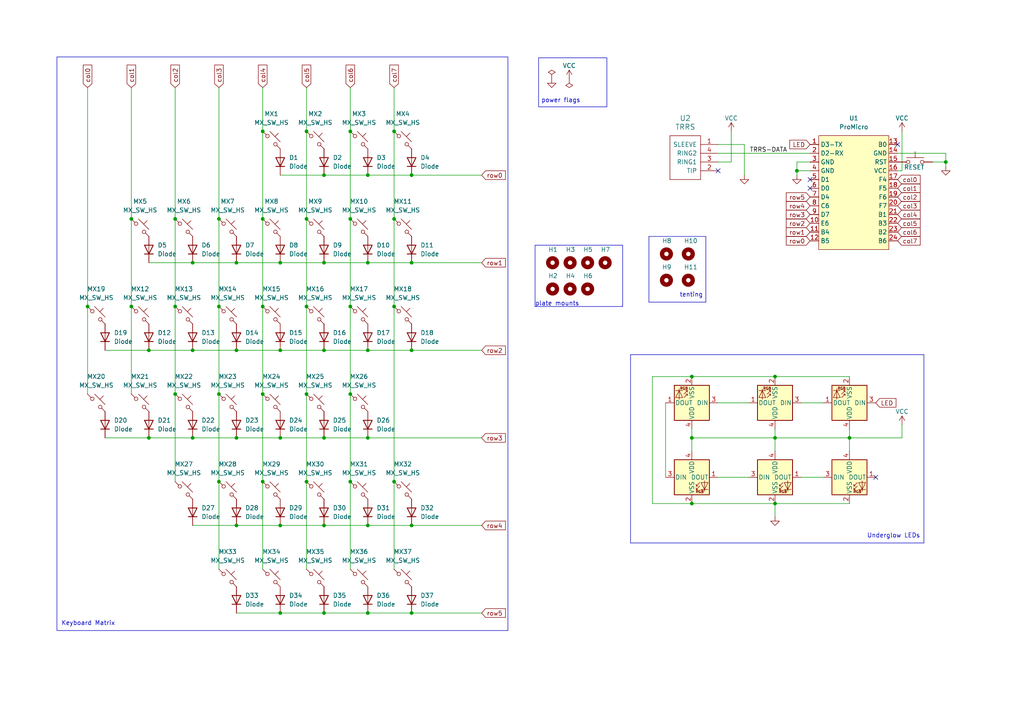
<source format=kicad_sch>
(kicad_sch (version 20230121) (generator eeschema)
  (paper "A4")
  (title_block (title "Fat-o-Tesa-Right") (rev "v0.2"))
  (lib_symbols
    (symbol "LED:SK6812MINI" (pin_names (offset 0.254))
      (property "Reference" "D" (at 5.08 5.715 0))
      (property "Value" "SK6812MINI" (at 1.27 -5.715 0))
      (symbol "SK6812MINI_0_0"
        (text "RGB" (at 2.286 -4.191 0) (effects (font (size 0.762 0.762))))
      )
      (symbol "SK6812MINI_0_1"
        (polyline (pts (xy 1.27 -3.556) (xy 1.778 -3.556)))
        (polyline (pts (xy 1.27 -2.54) (xy 1.778 -2.54)))
        (polyline (pts (xy 4.699 -3.556) (xy 2.667 -3.556)))
        (polyline (pts (xy 2.286 -2.54) (xy 1.27 -3.556) (xy 1.27 -3.048)))
        (polyline (pts (xy 2.286 -1.524) (xy 1.27 -2.54) (xy 1.27 -2.032)))
        (polyline (pts (xy 3.683 -1.016) (xy 3.683 -3.556) (xy 3.683 -4.064)))
        (polyline (pts (xy 4.699 -1.524) (xy 2.667 -1.524) (xy 3.683 -3.556) (xy 4.699 -1.524)))
        (rectangle (start 5.08 5.08) (end -5.08 -5.08) (stroke (width 0.254)) (fill (type background)))
      )
      (symbol "SK6812MINI_1_1"
        (pin output line (at 7.62 0 180) (length 2.54) (name "DOUT") (number "1"))
        (pin power_in line (at 0 -7.62 90) (length 2.54) (name "VSS") (number "2"))
        (pin input line (at -7.62 0 0) (length 2.54) (name "DIN") (number "3"))
        (pin power_in line (at 0 7.62 270) (length 2.54) (name "VDD") (number "4"))
      )
    )
    (symbol "Mechanical:MountingHole" (pin_names (offset 1.016))
      (property "Reference" "H" (at 0 5.08 0))
      (property "Value" "MountingHole" (at 0 3.175 0))
      (symbol "MountingHole_0_1"
        (circle (center 0 0) (radius 1.27) (stroke (width 1.27)))
      )
    )
    (symbol "ScottoKeebs:Placeholder_Diode" (pin_numbers hide) (pin_names hide)
      (property "Reference" "D" (at 0 2.54 0))
      (property "Value" "Diode" (at 0 -2.54 0))
      (symbol "Placeholder_Diode_0_1"
        (polyline (pts (xy -1.27 1.27) (xy -1.27 -1.27)) (stroke (width 0.254)))
        (polyline (pts (xy 1.27 0) (xy -1.27 0)))
        (polyline (pts (xy 1.27 1.27) (xy 1.27 -1.27) (xy -1.27 0) (xy 1.27 1.27)) (stroke (width 0.254)))
      )
      (symbol "Placeholder_Diode_1_1"
        (pin passive line (at -3.81 0 0) (length 2.54) (name "K") (number "1"))
        (pin passive line (at 3.81 0 180) (length 2.54) (name "A") (number "2"))
      )
    )
    (symbol "ScottoKeebs:Placeholder_TRRS" (pin_names (offset 1.016))
      (property "Reference" "U" (at 0 15.24 0))
      (property "Value" "TRRS" (at 0 -2.54 0))
      (symbol "Placeholder_TRRS_0_1"
        (rectangle (start -3.81 0) (end -3.81 12.7))
        (rectangle (start -3.81 0) (end 5.08 0))
        (rectangle (start -3.81 12.7) (end 5.08 12.7))
        (rectangle (start 5.08 12.7) (end 5.08 0))
      )
      (symbol "Placeholder_TRRS_1_1"
        (pin input line (at -8.89 2.54 0) (length 5.08) (name "SLEEVE") (number "1"))
        (pin input line (at -8.89 10.16 0) (length 5.08) (name "TIP") (number "2"))
        (pin input line (at -8.89 7.62 0) (length 5.08) (name "RING1") (number "3"))
        (pin input line (at -8.89 5.08 0) (length 5.08) (name "RING2") (number "4"))
      )
    )
    (symbol "Switch:SW_Push" (pin_numbers hide) (pin_names (offset 1.016) hide)
      (property "Reference" "SW" (at 1.27 2.54 0))
      (property "Value" "SW_Push" (at 0 -1.524 0))
      (symbol "SW_Push_0_1"
        (circle (center -2.032 0) (radius 0.508))
        (polyline (pts (xy 0 1.27) (xy 0 3.048)))
        (polyline (pts (xy 2.54 1.27) (xy -2.54 1.27)))
        (circle (center 2.032 0) (radius 0.508))
        (pin passive line (at -5.08 0 0) (length 2.54) (name "1") (number "1"))
        (pin passive line (at 5.08 0 180) (length 2.54) (name "2") (number "2"))
      )
    )
    (symbol "marbastlib-mx:MX_SW_HS" (pin_numbers hide) (pin_names (offset 1.016) hide)
      (property "Reference" "MX" (at 3.048 1.016 0))
      (property "Value" "MX_SW_HS" (at 0 -3.81 0))
      (symbol "MX_SW_HS_0_1"
        (circle (center -1.1684 1.1684) (radius 0.508))
        (polyline (pts (xy -0.508 2.54) (xy 2.54 -0.508)))
        (polyline (pts (xy 1.016 1.016) (xy 2.032 2.032)))
        (polyline (pts (xy -2.54 2.54) (xy -1.524 1.524) (xy -1.524 1.524)))
        (polyline (pts (xy 1.524 -1.524) (xy 2.54 -2.54) (xy 2.54 -2.54) (xy 2.54 -2.54)))
        (circle (center 1.143 -1.1938) (radius 0.508))
        (pin passive line (at -2.54 2.54 0) (length 0) (name "1") (number "1"))
        (pin passive line (at 2.54 -2.54 180) (length 0) (name "2") (number "2"))
      )
    )
    (symbol "power:GND" (power) (pin_names (offset 0))
      (property "Value" "GND" (at 0 -3.81 0))
      (symbol "GND_0_1"
        (polyline (pts (xy 0 0) (xy 0 -1.27) (xy 1.27 -1.27) (xy 0 -2.54) (xy -1.27 -1.27) (xy 0 -1.27)))
      )
      (symbol "GND_1_1"
        (pin power_in line (at 0 0 270) (length 0) hide (name "GND") (number "1"))
      )
    )
    (symbol "power:PWR_FLAG" (power) (pin_numbers hide) (pin_names (offset 0) hide)
      (property "Value" "PWR_FLAG" (at 0 3.81 0))
      (symbol "PWR_FLAG_0_0"
        (pin power_out line (at 0 0 90) (length 0) (name "pwr") (number "1"))
      )
      (symbol "PWR_FLAG_0_1"
        (polyline (pts (xy 0 0) (xy 0 1.27) (xy -1.016 1.905) (xy 0 2.54) (xy 1.016 1.905) (xy 0 1.27)))
      )
    )
    (symbol "power:VCC" (power) (pin_names (offset 0))
      (property "Value" "VCC" (at 0 3.81 0))
      (symbol "VCC_0_1"
        (polyline (pts (xy -0.762 1.27) (xy 0 2.54)))
        (polyline (pts (xy 0 0) (xy 0 2.54)))
        (polyline (pts (xy 0 2.54) (xy 0.762 1.27)))
      )
      (symbol "VCC_1_1"
        (pin power_in line (at 0 0 90) (length 0) hide (name "VCC") (number "1"))
      )
    )
    (symbol "stefang:Arduino_ProMicro_GND_VCC_PWR_INPUTS" (in_bom no)
      (property "Reference" "U2" (at 8.89 17.78 0))
      (property "Value" "ProMicro" (at 6.35 -17.78 0))
      (symbol "Arduino_ProMicro_GND_VCC_PWR_INPUTS_0_0"
        (pin bidirectional line (at -12.7 13.97 0) (length 2.54) (name "D3-TX") (number "1"))
        (pin bidirectional line (at -12.7 -8.89 0) (length 2.54) (name "E6") (number "10"))
        (pin bidirectional line (at -12.7 -11.43 0) (length 2.54) (name "B4") (number "11"))
        (pin bidirectional line (at -12.7 -13.97 0) (length 2.54) (name "B5") (number "12"))
        (pin bidirectional line (at 12.7 8.89 180) (length 2.54) (name "RST") (number "15"))
        (pin bidirectional line (at 12.7 3.81 180) (length 2.54) (name "F4") (number "17"))
        (pin bidirectional line (at 12.7 1.27 180) (length 2.54) (name "F5") (number "18"))
        (pin bidirectional line (at 12.7 -1.27 180) (length 2.54) (name "F6") (number "19"))
        (pin bidirectional line (at -12.7 11.43 0) (length 2.54) (name "D2-RX") (number "2"))
        (pin bidirectional line (at 12.7 -3.81 180) (length 2.54) (name "F7") (number "20"))
        (pin bidirectional line (at 12.7 -6.35 180) (length 2.54) (name "B1") (number "21"))
        (pin bidirectional line (at 12.7 -8.89 180) (length 2.54) (name "B3") (number "22"))
        (pin bidirectional line (at 12.7 -11.43 180) (length 2.54) (name "B2") (number "23"))
        (pin bidirectional line (at 12.7 -13.97 180) (length 2.54) (name "B6") (number "24"))
        (pin bidirectional line (at -12.7 3.81 0) (length 2.54) (name "D1") (number "5"))
        (pin bidirectional line (at -12.7 1.27 0) (length 2.54) (name "D0") (number "6"))
        (pin bidirectional line (at -12.7 -1.27 0) (length 2.54) (name "D4") (number "7"))
        (pin bidirectional line (at -12.7 -3.81 0) (length 2.54) (name "C6") (number "8"))
        (pin bidirectional line (at -12.7 -6.35 0) (length 2.54) (name "D7") (number "9"))
      )
      (symbol "Arduino_ProMicro_GND_VCC_PWR_INPUTS_1_0"
        (pin bidirectional line (at 12.7 13.97 180) (length 2.54) (name "B0") (number "13"))
        (pin power_in line (at 12.7 11.43 180) (length 2.54) (name "GND") (number "14"))
        (pin power_in line (at 12.7 6.35 180) (length 2.54) (name "VCC") (number "16"))
        (pin power_in line (at -12.7 8.89 0) (length 2.54) (name "GND") (number "3"))
        (pin power_in line (at -12.7 6.35 0) (length 2.54) (name "GND") (number "4"))
      )
      (symbol "Arduino_ProMicro_GND_VCC_PWR_INPUTS_1_1"
        (rectangle (start -10.16 16.51) (end 10.16 -16.51) (fill (type background)))
      )
    )
  )
  (junction (at 38.1 63.5))
  (junction (at 55.88 76.2))
  (junction (at 55.88 127))
  (junction (at 224.79 127))
  (junction (at 88.9 88.9))
  (junction (at 93.98 101.6))
  (junction (at 50.8 114.3))
  (junction (at 114.3 38.1))
  (junction (at 119.38 50.8))
  (junction (at 114.3 63.5))
  (junction (at 246.38 127))
  (junction (at 76.2 88.9))
  (junction (at 68.58 127))
  (junction (at 50.8 88.9))
  (junction (at 88.9 139.7))
  (junction (at 68.58 101.6))
  (junction (at 114.3 88.9))
  (junction (at 119.38 177.8))
  (junction (at 119.38 152.4))
  (junction (at 106.68 50.8))
  (junction (at 63.5 139.7))
  (junction (at 76.2 114.3))
  (junction (at 93.98 127))
  (junction (at 76.2 63.5))
  (junction (at 81.28 127))
  (junction (at 81.28 177.8))
  (junction (at 101.6 139.7))
  (junction (at 106.68 101.6))
  (junction (at 106.68 177.8))
  (junction (at 63.5 63.5))
  (junction (at 200.66 127))
  (junction (at 101.6 38.1))
  (junction (at 68.58 152.4))
  (junction (at 224.79 109.22))
  (junction (at 50.8 63.5))
  (junction (at 43.18 127))
  (junction (at 101.6 114.3))
  (junction (at 101.6 63.5))
  (junction (at 93.98 177.8))
  (junction (at 81.28 101.6))
  (junction (at 88.9 63.5))
  (junction (at 200.66 109.22))
  (junction (at 93.98 152.4))
  (junction (at 76.2 38.1))
  (junction (at 101.6 88.9))
  (junction (at 43.18 101.6))
  (junction (at 274.32 46.99))
  (junction (at 114.3 139.7))
  (junction (at 88.9 114.3))
  (junction (at 76.2 139.7))
  (junction (at 25.4 88.9))
  (junction (at 93.98 76.2))
  (junction (at 63.5 88.9))
  (junction (at 200.66 146.05))
  (junction (at 38.1 88.9))
  (junction (at 93.98 50.8))
  (junction (at 119.38 76.2))
  (junction (at 81.28 76.2))
  (junction (at 63.5 114.3))
  (junction (at 81.28 152.4))
  (junction (at 224.79 146.05))
  (junction (at 106.68 127))
  (junction (at 55.88 101.6))
  (junction (at 119.38 101.6))
  (junction (at 88.9 38.1))
  (junction (at 106.68 152.4))
  (junction (at 106.68 76.2))
  (junction (at 68.58 76.2))
  (junction (at 231.14 49.53))
  (no_connect (at 254 138.43))
  (no_connect (at 234.95 52.07))
  (no_connect (at 234.95 54.61))
  (no_connect (at 208.28 49.53))
  (no_connect (at 260.35 41.91))
  (wire (pts (xy 25.4 88.9) (xy 25.4 114.3)))
  (wire (pts (xy 63.5 63.5) (xy 63.5 88.9)))
  (wire (pts (xy 119.38 50.8) (xy 139.7 50.8)))
  (wire (pts (xy 106.68 50.8) (xy 119.38 50.8)))
  (wire (pts (xy 274.32 46.99) (xy 274.32 48.26)))
  (wire (pts (xy 234.95 46.99) (xy 231.14 46.99)))
  (wire (pts (xy 261.62 49.53) (xy 261.62 38.1)))
  (polyline (pts (xy 155.194 71.12) (xy 155.194 88.9)))
  (wire (pts (xy 246.38 124.46) (xy 246.38 127)))
  (wire (pts (xy 208.28 116.84) (xy 217.17 116.84)))
  (wire (pts (xy 81.28 177.8) (xy 93.98 177.8)))
  (wire (pts (xy 114.3 139.7) (xy 114.3 165.1)))
  (wire (pts (xy 76.2 88.9) (xy 76.2 114.3)))
  (wire (pts (xy 106.68 101.6) (xy 119.38 101.6)))
  (wire (pts (xy 200.66 124.46) (xy 200.66 127)))
  (wire (pts (xy 270.51 46.99) (xy 274.32 46.99)))
  (wire (pts (xy 200.66 109.22) (xy 224.79 109.22)))
  (wire (pts (xy 208.28 41.91) (xy 215.9 41.91)))
  (wire (pts (xy 93.98 152.4) (xy 106.68 152.4)))
  (wire (pts (xy 224.79 109.22) (xy 246.38 109.22)))
  (wire (pts (xy 63.5 114.3) (xy 63.5 139.7)))
  (wire (pts (xy 43.18 101.6) (xy 55.88 101.6)))
  (wire (pts (xy 224.79 149.86) (xy 224.79 146.05)))
  (wire (pts (xy 260.35 49.53) (xy 261.62 49.53)))
  (wire (pts (xy 88.9 38.1) (xy 88.9 63.5)))
  (wire (pts (xy 101.6 25.4) (xy 101.6 38.1)))
  (wire (pts (xy 50.8 25.4) (xy 50.8 63.5)))
  (wire (pts (xy 38.1 25.4) (xy 38.1 63.5)))
  (wire (pts (xy 38.1 88.9) (xy 38.1 114.3)))
  (wire (pts (xy 88.9 63.5) (xy 88.9 88.9)))
  (wire (pts (xy 68.58 152.4) (xy 81.28 152.4)))
  (polyline (pts (xy 188.214 87.63) (xy 204.724 87.63)))
  (wire (pts (xy 63.5 139.7) (xy 63.5 165.1)))
  (polyline (pts (xy 155.194 71.12) (xy 180.594 71.12)))
  (polyline (pts (xy 267.97 157.48) (xy 267.97 102.87)))
  (wire (pts (xy 114.3 38.1) (xy 114.3 63.5)))
  (wire (pts (xy 119.38 101.6) (xy 139.7 101.6)))
  (wire (pts (xy 212.09 46.99) (xy 208.28 46.99)))
  (polyline (pts (xy 182.88 102.87) (xy 182.88 104.14)))
  (wire (pts (xy 119.38 177.8) (xy 139.7 177.8)))
  (wire (pts (xy 106.68 152.4) (xy 119.38 152.4)))
  (wire (pts (xy 93.98 101.6) (xy 106.68 101.6)))
  (wire (pts (xy 208.28 44.45) (xy 234.95 44.45)))
  (wire (pts (xy 260.35 44.45) (xy 274.32 44.45)))
  (wire (pts (xy 224.79 124.46) (xy 224.79 127)))
  (polyline (pts (xy 155.194 88.9) (xy 180.594 88.9)))
  (wire (pts (xy 215.9 41.91) (xy 215.9 50.8)))
  (polyline (pts (xy 204.724 87.63) (xy 204.724 68.58)))
  (wire (pts (xy 55.88 76.2) (xy 68.58 76.2)))
  (wire (pts (xy 76.2 139.7) (xy 76.2 165.1)))
  (wire (pts (xy 30.48 127) (xy 43.18 127)))
  (wire (pts (xy 119.38 152.4) (xy 139.7 152.4)))
  (polyline (pts (xy 180.594 88.9) (xy 180.594 71.12)))
  (wire (pts (xy 68.58 127) (xy 81.28 127)))
  (wire (pts (xy 114.3 63.5) (xy 114.3 88.9)))
  (wire (pts (xy 231.14 49.53) (xy 231.14 50.8)))
  (wire (pts (xy 68.58 177.8) (xy 81.28 177.8)))
  (wire (pts (xy 106.68 127) (xy 139.7 127)))
  (wire (pts (xy 119.38 76.2) (xy 139.7 76.2)))
  (wire (pts (xy 93.98 127) (xy 106.68 127)))
  (wire (pts (xy 81.28 76.2) (xy 93.98 76.2)))
  (wire (pts (xy 224.79 127) (xy 246.38 127)))
  (wire (pts (xy 81.28 50.8) (xy 93.98 50.8)))
  (wire (pts (xy 114.3 88.9) (xy 114.3 139.7)))
  (wire (pts (xy 63.5 88.9) (xy 63.5 114.3)))
  (wire (pts (xy 224.79 146.05) (xy 200.66 146.05)))
  (wire (pts (xy 50.8 114.3) (xy 50.8 139.7)))
  (polyline (pts (xy 182.88 104.14) (xy 182.88 157.48)))
  (wire (pts (xy 224.79 127) (xy 224.79 130.81)))
  (wire (pts (xy 114.3 25.4) (xy 114.3 38.1)))
  (wire (pts (xy 68.58 76.2) (xy 81.28 76.2)))
  (wire (pts (xy 81.28 152.4) (xy 93.98 152.4)))
  (wire (pts (xy 106.68 177.8) (xy 119.38 177.8)))
  (wire (pts (xy 88.9 25.4) (xy 88.9 38.1)))
  (wire (pts (xy 101.6 139.7) (xy 101.6 165.1)))
  (wire (pts (xy 106.68 76.2) (xy 119.38 76.2)))
  (wire (pts (xy 88.9 88.9) (xy 88.9 114.3)))
  (wire (pts (xy 43.18 127) (xy 55.88 127)))
  (wire (pts (xy 68.58 101.6) (xy 81.28 101.6)))
  (wire (pts (xy 63.5 25.4) (xy 63.5 63.5)))
  (wire (pts (xy 55.88 101.6) (xy 68.58 101.6)))
  (wire (pts (xy 81.28 127) (xy 93.98 127)))
  (wire (pts (xy 76.2 114.3) (xy 76.2 139.7)))
  (wire (pts (xy 189.23 146.05) (xy 189.23 109.22)))
  (wire (pts (xy 101.6 114.3) (xy 101.6 139.7)))
  (polyline (pts (xy 188.214 68.58) (xy 204.724 68.58)))
  (wire (pts (xy 88.9 139.7) (xy 88.9 165.1)))
  (wire (pts (xy 193.04 116.84) (xy 193.04 138.43)))
  (wire (pts (xy 189.23 109.22) (xy 200.66 109.22)))
  (wire (pts (xy 50.8 63.5) (xy 50.8 88.9)))
  (wire (pts (xy 25.4 25.4) (xy 25.4 88.9)))
  (wire (pts (xy 81.28 101.6) (xy 93.98 101.6)))
  (wire (pts (xy 200.66 127) (xy 200.66 130.81)))
  (wire (pts (xy 234.95 49.53) (xy 231.14 49.53)))
  (wire (pts (xy 200.66 127) (xy 224.79 127)))
  (wire (pts (xy 93.98 177.8) (xy 106.68 177.8)))
  (wire (pts (xy 232.41 138.43) (xy 238.76 138.43)))
  (wire (pts (xy 30.48 101.6) (xy 43.18 101.6)))
  (polyline (pts (xy 188.214 68.58) (xy 188.214 87.63)))
  (wire (pts (xy 101.6 38.1) (xy 101.6 63.5)))
  (polyline (pts (xy 182.88 157.48) (xy 267.97 157.48)))
  (wire (pts (xy 212.09 38.1) (xy 212.09 46.99)))
  (wire (pts (xy 76.2 38.1) (xy 76.2 63.5)))
  (wire (pts (xy 101.6 88.9) (xy 101.6 114.3)))
  (wire (pts (xy 246.38 127) (xy 246.38 130.81)))
  (polyline (pts (xy 267.97 102.87) (xy 182.88 102.87)))
  (wire (pts (xy 43.18 76.2) (xy 55.88 76.2)))
  (wire (pts (xy 246.38 146.05) (xy 224.79 146.05)))
  (wire (pts (xy 93.98 50.8) (xy 106.68 50.8)))
  (wire (pts (xy 38.1 63.5) (xy 38.1 88.9)))
  (wire (pts (xy 93.98 76.2) (xy 106.68 76.2)))
  (wire (pts (xy 50.8 88.9) (xy 50.8 114.3)))
  (wire (pts (xy 208.28 138.43) (xy 217.17 138.43)))
  (wire (pts (xy 231.14 46.99) (xy 231.14 49.53)))
  (wire (pts (xy 261.62 123.19) (xy 261.62 127)))
  (wire (pts (xy 76.2 25.4) (xy 76.2 38.1)))
  (wire (pts (xy 232.41 116.84) (xy 238.76 116.84)))
  (wire (pts (xy 55.88 152.4) (xy 68.58 152.4)))
  (wire (pts (xy 55.88 127) (xy 68.58 127)))
  (wire (pts (xy 261.62 127) (xy 246.38 127)))
  (wire (pts (xy 200.66 146.05) (xy 189.23 146.05)))
  (wire (pts (xy 88.9 114.3) (xy 88.9 139.7)))
  (wire (pts (xy 76.2 63.5) (xy 76.2 88.9)))
  (wire (pts (xy 101.6 63.5) (xy 101.6 88.9)))
  (wire (pts (xy 274.32 44.45) (xy 274.32 46.99)))
  (rectangle (start 16.51 16.51) (end 147.32 182.88))
  (rectangle (start 156.21 16.764) (end 176.022 30.988))
  (text "plate mounts" (at 155.194 88.9 0) (effects (font (size 1.27 1.27)) (justify left bottom)))
  (text "power flags" (at 156.972 29.972 0) (effects (font (size 1.27 1.27)) (justify left bottom)))
  (text "Keyboard Matrix" (at 17.78 181.61 0) (effects (font (size 1.27 1.27)) (justify left bottom)))
  (text "tenting" (at 197.104 86.36 0) (effects (font (size 1.27 1.27)) (justify left bottom)))
  (text "Underglow LEDs" (at 251.46 156.21 0) (effects (font (size 1.27 1.27)) (justify left bottom)))
  (label "TRRS-DATA" (at 217.424 44.45 0))
  (global_label "row1" (shape input) (at 139.7 76.2 0) (property "Intersheetrefs" "${INTERSHEET_REFS}" (effects hide)))
  (global_label "col2" (shape input) (at 50.8 25.4 90) (property "Intersheetrefs" "${INTERSHEET_REFS}" (effects hide)))
  (global_label "col1" (shape input) (at 38.1 25.4 90) (property "Intersheetrefs" "${INTERSHEET_REFS}" (effects hide)))
  (global_label "row4" (shape input) (at 139.7 152.4 0) (property "Intersheetrefs" "${INTERSHEET_REFS}" (effects hide)))
  (global_label "col0" (shape input) (at 25.4 25.4 90) (property "Intersheetrefs" "${INTERSHEET_REFS}" (effects hide)))
  (global_label "row3" (shape input) (at 139.7 127 0) (property "Intersheetrefs" "${INTERSHEET_REFS}" (effects hide)))
  (global_label "row3" (shape input) (at 234.95 62.23 180) (property "Intersheetrefs" "${INTERSHEET_REFS}" (effects hide)))
  (global_label "row0" (shape input) (at 139.7 50.8 0) (property "Intersheetrefs" "${INTERSHEET_REFS}" (effects hide)))
  (global_label "col6" (shape input) (at 260.35 67.31 0) (property "Intersheetrefs" "${INTERSHEET_REFS}" (effects hide)))
  (global_label "row5" (shape input) (at 234.95 57.15 180) (property "Intersheetrefs" "${INTERSHEET_REFS}" (effects hide)))
  (global_label "col3" (shape input) (at 63.5 25.4 90) (property "Intersheetrefs" "${INTERSHEET_REFS}" (effects hide)))
  (global_label "col0" (shape input) (at 260.35 52.07 0) (property "Intersheetrefs" "${INTERSHEET_REFS}" (effects hide)))
  (global_label "LED" (shape input) (at 254 116.84 0) (property "Intersheetrefs" "${INTERSHEET_REFS}" (effects hide)))
  (global_label "row4" (shape input) (at 234.95 59.69 180) (property "Intersheetrefs" "${INTERSHEET_REFS}" (effects hide)))
  (global_label "col6" (shape input) (at 101.6 25.4 90) (property "Intersheetrefs" "${INTERSHEET_REFS}" (effects hide)))
  (global_label "col7" (shape input) (at 114.3 25.4 90) (property "Intersheetrefs" "${INTERSHEET_REFS}" (effects hide)))
  (global_label "col4" (shape input) (at 76.2 25.4 90) (property "Intersheetrefs" "${INTERSHEET_REFS}" (effects hide)))
  (global_label "row1" (shape input) (at 234.95 67.31 180) (property "Intersheetrefs" "${INTERSHEET_REFS}" (effects hide)))
  (global_label "col3" (shape input) (at 260.35 59.69 0) (property "Intersheetrefs" "${INTERSHEET_REFS}" (effects hide)))
  (global_label "col5" (shape input) (at 260.35 64.77 0) (property "Intersheetrefs" "${INTERSHEET_REFS}" (effects hide)))
  (global_label "col4" (shape input) (at 260.35 62.23 0) (property "Intersheetrefs" "${INTERSHEET_REFS}" (effects hide)))
  (global_label "row2" (shape input) (at 139.7 101.6 0) (property "Intersheetrefs" "${INTERSHEET_REFS}" (effects hide)))
  (global_label "col5" (shape input) (at 88.9 25.4 90) (property "Intersheetrefs" "${INTERSHEET_REFS}" (effects hide)))
  (global_label "col2" (shape input) (at 260.35 57.15 0) (property "Intersheetrefs" "${INTERSHEET_REFS}" (effects hide)))
  (global_label "row5" (shape input) (at 139.7 177.8 0) (property "Intersheetrefs" "${INTERSHEET_REFS}" (effects hide)))
  (global_label "row2" (shape input) (at 234.95 64.77 180) (property "Intersheetrefs" "${INTERSHEET_REFS}" (effects hide)))
  (global_label "col7" (shape input) (at 260.35 69.85 0) (property "Intersheetrefs" "${INTERSHEET_REFS}" (effects hide)))
  (global_label "row0" (shape input) (at 234.95 69.85 180) (property "Intersheetrefs" "${INTERSHEET_REFS}" (effects hide)))
  (global_label "LED" (shape input) (at 234.95 41.91 180) (property "Intersheetrefs" "${INTERSHEET_REFS}" (effects hide)))
  (global_label "col1" (shape input) (at 260.35 54.61 0) (property "Intersheetrefs" "${INTERSHEET_REFS}" (effects hide)))
  (symbol (lib_id "marbastlib-mx:MX_SW_HS") (at 40.64 66.04 0) (unit 1)
    (property "Reference" "MX5" (at 40.64 58.42 0))
    (property "Value" "MX_SW_HS" (at 40.64 60.96 0))
    (property "Footprint" "PCM_marbastlib-mx:SW_MX_HS_1u" (effects hide))
  )
  (symbol (lib_id "marbastlib-mx:MX_SW_HS") (at 116.84 66.04 0) (unit 1)
    (property "Reference" "MX11" (at 116.84 58.42 0))
    (property "Value" "MX_SW_HS" (at 116.84 60.96 0))
    (property "Footprint" "PCM_marbastlib-mx:SW_MX_HS_1u" (effects hide))
  )
  (symbol (lib_id "marbastlib-mx:MX_SW_HS") (at 78.74 91.44 0) (unit 1)
    (property "Reference" "MX15" (at 78.74 83.82 0))
    (property "Value" "MX_SW_HS" (at 78.74 86.36 0))
    (property "Footprint" "PCM_marbastlib-mx:SW_MX_HS_1u" (effects hide))
  )
  (symbol (lib_id "power:PWR_FLAG") (at 165.1 22.86 180) (unit 1)
    (property "Reference" "#FLG02" (effects hide))
    (property "Value" "PWR_FLAG" (effects hide))
  )
  (symbol (lib_id "ScottoKeebs:Placeholder_Diode") (at 119.38 148.59 90) (unit 1)
    (property "Reference" "D32" (at 121.92 147.32 90) (effects (justify right)))
    (property "Value" "Diode" (at 121.92 149.86 90) (effects (justify right)))
    (property "Footprint" "Diode_THT:D_DO-35_SOD27_P7.62mm_Horizontal" (effects hide))
    (property "Sim.Device" "D" (effects hide))
    (property "Sim.Pins" "1=K 2=A" (effects hide))
  )
  (symbol (lib_id "Mechanical:MountingHole") (at 160.274 76.2 0) (unit 1)
    (property "Reference" "H1" (at 159.004 72.39 0) (effects (justify left)))
    (property "Value" "MountingHole" (effects hide))
    (property "Footprint" "MountingHole:MountingHole_4.3mm_M4" (effects hide))
  )
  (symbol (lib_id "Mechanical:MountingHole") (at 175.514 76.2 0) (unit 1)
    (property "Reference" "H7" (at 174.244 72.39 0) (effects (justify left)))
    (property "Value" "MountingHole" (effects hide))
    (property "Footprint" "MountingHole:MountingHole_4.3mm_M4" (effects hide))
  )
  (symbol (lib_id "marbastlib-mx:MX_SW_HS") (at 91.44 40.64 0) (unit 1)
    (property "Reference" "MX2" (at 91.44 33.02 0))
    (property "Value" "MX_SW_HS" (at 91.44 35.56 0))
    (property "Footprint" "PCM_marbastlib-mx:SW_MX_HS_1u" (effects hide))
  )
  (symbol (lib_id "ScottoKeebs:Placeholder_Diode") (at 43.18 97.79 90) (unit 1)
    (property "Reference" "D12" (at 45.72 96.52 90) (effects (justify right)))
    (property "Value" "Diode" (at 45.72 99.06 90) (effects (justify right)))
    (property "Footprint" "Diode_THT:D_DO-35_SOD27_P7.62mm_Horizontal" (effects hide))
    (property "Sim.Device" "D" (effects hide))
    (property "Sim.Pins" "1=K 2=A" (effects hide))
  )
  (symbol (lib_id "power:GND") (at 274.32 48.26 0) (unit 1)
    (property "Reference" "#PWR07" (effects hide))
    (property "Value" "GND" (effects hide))
  )
  (symbol (lib_id "ScottoKeebs:Placeholder_Diode") (at 81.28 123.19 90) (unit 1)
    (property "Reference" "D24" (at 83.82 121.92 90) (effects (justify right)))
    (property "Value" "Diode" (at 83.82 124.46 90) (effects (justify right)))
    (property "Footprint" "Diode_THT:D_DO-35_SOD27_P7.62mm_Horizontal" (effects hide))
    (property "Sim.Device" "D" (effects hide))
    (property "Sim.Pins" "1=K 2=A" (effects hide))
  )
  (symbol (lib_id "ScottoKeebs:Placeholder_Diode") (at 30.48 97.79 90) (unit 1)
    (property "Reference" "D19" (at 33.02 96.52 90) (effects (justify right)))
    (property "Value" "Diode" (at 33.02 99.06 90) (effects (justify right)))
    (property "Footprint" "Diode_THT:D_DO-35_SOD27_P7.62mm_Horizontal" (effects hide))
    (property "Sim.Device" "D" (effects hide))
    (property "Sim.Pins" "1=K 2=A" (effects hide))
  )
  (symbol (lib_id "marbastlib-mx:MX_SW_HS") (at 91.44 167.64 0) (unit 1)
    (property "Reference" "MX35" (at 91.44 160.02 0))
    (property "Value" "MX_SW_HS" (at 91.44 162.56 0))
    (property "Footprint" "PCM_marbastlib-mx:SW_MX_HS_1u" (effects hide))
  )
  (symbol (lib_id "marbastlib-mx:MX_SW_HS") (at 104.14 66.04 0) (unit 1)
    (property "Reference" "MX10" (at 104.14 58.42 0))
    (property "Value" "MX_SW_HS" (at 104.14 60.96 0))
    (property "Footprint" "PCM_marbastlib-mx:SW_MX_HS_1u" (effects hide))
  )
  (symbol (lib_id "marbastlib-mx:MX_SW_HS") (at 53.34 91.44 0) (unit 1)
    (property "Reference" "MX13" (at 53.34 83.82 0))
    (property "Value" "MX_SW_HS" (at 53.34 86.36 0))
    (property "Footprint" "PCM_marbastlib-mx:SW_MX_HS_1u" (effects hide))
  )
  (symbol (lib_id "ScottoKeebs:Placeholder_Diode") (at 81.28 148.59 90) (unit 1)
    (property "Reference" "D29" (at 83.82 147.32 90) (effects (justify right)))
    (property "Value" "Diode" (at 83.82 149.86 90) (effects (justify right)))
    (property "Footprint" "Diode_THT:D_DO-35_SOD27_P7.62mm_Horizontal" (effects hide))
    (property "Sim.Device" "D" (effects hide))
    (property "Sim.Pins" "1=K 2=A" (effects hide))
  )
  (symbol (lib_id "ScottoKeebs:Placeholder_Diode") (at 93.98 72.39 90) (unit 1)
    (property "Reference" "D9" (at 96.52 71.12 90) (effects (justify right)))
    (property "Value" "Diode" (at 96.52 73.66 90) (effects (justify right)))
    (property "Footprint" "Diode_THT:D_DO-35_SOD27_P7.62mm_Horizontal" (effects hide))
    (property "Sim.Device" "D" (effects hide))
    (property "Sim.Pins" "1=K 2=A" (effects hide))
  )
  (symbol (lib_id "ScottoKeebs:Placeholder_Diode") (at 81.28 72.39 90) (unit 1)
    (property "Reference" "D8" (at 83.82 71.12 90) (effects (justify right)))
    (property "Value" "Diode" (at 83.82 73.66 90) (effects (justify right)))
    (property "Footprint" "Diode_THT:D_DO-35_SOD27_P7.62mm_Horizontal" (effects hide))
    (property "Sim.Device" "D" (effects hide))
    (property "Sim.Pins" "1=K 2=A" (effects hide))
  )
  (symbol (lib_id "ScottoKeebs:Placeholder_Diode") (at 81.28 173.99 90) (unit 1)
    (property "Reference" "D34" (at 83.82 172.72 90) (effects (justify right)))
    (property "Value" "Diode" (at 83.82 175.26 90) (effects (justify right)))
    (property "Footprint" "Diode_THT:D_DO-35_SOD27_P7.62mm_Horizontal" (effects hide))
    (property "Sim.Device" "D" (effects hide))
    (property "Sim.Pins" "1=K 2=A" (effects hide))
  )
  (symbol (lib_id "marbastlib-mx:MX_SW_HS") (at 78.74 167.64 0) (unit 1)
    (property "Reference" "MX34" (at 78.74 160.02 0))
    (property "Value" "MX_SW_HS" (at 78.74 162.56 0))
    (property "Footprint" "PCM_marbastlib-mx:SW_MX_HS_1u" (effects hide))
  )
  (symbol (lib_id "Mechanical:MountingHole") (at 170.434 76.2 0) (unit 1)
    (property "Reference" "H5" (at 169.164 72.39 0) (effects (justify left)))
    (property "Value" "MountingHole" (effects hide))
    (property "Footprint" "MountingHole:MountingHole_4.3mm_M4" (effects hide))
  )
  (symbol (lib_id "power:VCC") (at 261.62 38.1 0) (unit 1)
    (property "Reference" "#PWR05" (effects hide))
    (property "Value" "VCC" (at 261.62 34.29 0))
  )
  (symbol (lib_id "LED:SK6812MINI") (at 200.66 138.43 0) (unit 1)
    (property "Reference" "D39" (effects hide))
    (property "Value" "SK6812MINI" (effects hide))
    (property "Footprint" "Keebio-Parts:SK6812-MINI-E" (effects hide))
    (property "Datasheet" "https://cdn-shop.adafruit.com/product-files/2686/SK6812MINI_REV.01-1-2.pdf" (effects hide))
  )
  (symbol (lib_id "Mechanical:MountingHole") (at 170.434 83.82 0) (unit 1)
    (property "Reference" "H6" (at 169.164 80.01 0) (effects (justify left)))
    (property "Value" "MountingHole" (effects hide))
    (property "Footprint" "MountingHole:MountingHole_4.3mm_M4" (effects hide))
  )
  (symbol (lib_id "marbastlib-mx:MX_SW_HS") (at 66.04 142.24 0) (unit 1)
    (property "Reference" "MX28" (at 66.04 134.62 0))
    (property "Value" "MX_SW_HS" (at 66.04 137.16 0))
    (property "Footprint" "PCM_marbastlib-mx:SW_MX_HS_1u" (effects hide))
  )
  (symbol (lib_id "ScottoKeebs:Placeholder_Diode") (at 119.38 72.39 90) (unit 1)
    (property "Reference" "D11" (at 121.92 71.12 90) (effects (justify right)))
    (property "Value" "Diode" (at 121.92 73.66 90) (effects (justify right)))
    (property "Footprint" "Diode_THT:D_DO-35_SOD27_P7.62mm_Horizontal" (effects hide))
    (property "Sim.Device" "D" (effects hide))
    (property "Sim.Pins" "1=K 2=A" (effects hide))
  )
  (symbol (lib_id "Mechanical:MountingHole") (at 165.354 83.82 0) (unit 1)
    (property "Reference" "H4" (at 164.084 80.01 0) (effects (justify left)))
    (property "Value" "MountingHole" (effects hide))
    (property "Footprint" "MountingHole:MountingHole_4.3mm_M4" (effects hide))
  )
  (symbol (lib_id "marbastlib-mx:MX_SW_HS") (at 116.84 91.44 0) (unit 1)
    (property "Reference" "MX18" (at 116.84 83.82 0))
    (property "Value" "MX_SW_HS" (at 116.84 86.36 0))
    (property "Footprint" "PCM_marbastlib-mx:SW_MX_HS_1u" (effects hide))
  )
  (symbol (lib_id "ScottoKeebs:Placeholder_Diode") (at 106.68 123.19 90) (unit 1)
    (property "Reference" "D26" (at 109.22 121.92 90) (effects (justify right)))
    (property "Value" "Diode" (at 109.22 124.46 90) (effects (justify right)))
    (property "Footprint" "Diode_THT:D_DO-35_SOD27_P7.62mm_Horizontal" (effects hide))
    (property "Sim.Device" "D" (effects hide))
    (property "Sim.Pins" "1=K 2=A" (effects hide))
  )
  (symbol (lib_id "ScottoKeebs:Placeholder_Diode") (at 119.38 46.99 90) (unit 1)
    (property "Reference" "D4" (at 121.92 45.72 90) (effects (justify right)))
    (property "Value" "Diode" (at 121.92 48.26 90) (effects (justify right)))
    (property "Footprint" "Diode_THT:D_DO-35_SOD27_P7.62mm_Horizontal" (effects hide))
    (property "Sim.Device" "D" (effects hide))
    (property "Sim.Pins" "1=K 2=A" (effects hide))
  )
  (symbol (lib_id "ScottoKeebs:Placeholder_Diode") (at 55.88 148.59 90) (unit 1)
    (property "Reference" "D27" (at 58.42 147.32 90) (effects (justify right)))
    (property "Value" "Diode" (at 58.42 149.86 90) (effects (justify right)))
    (property "Footprint" "Diode_THT:D_DO-35_SOD27_P7.62mm_Horizontal" (effects hide))
    (property "Sim.Device" "D" (effects hide))
    (property "Sim.Pins" "1=K 2=A" (effects hide))
  )
  (symbol (lib_id "marbastlib-mx:MX_SW_HS") (at 91.44 91.44 0) (unit 1)
    (property "Reference" "MX16" (at 91.44 83.82 0))
    (property "Value" "MX_SW_HS" (at 91.44 86.36 0))
    (property "Footprint" "PCM_marbastlib-mx:SW_MX_HS_1u" (effects hide))
  )
  (symbol (lib_id "LED:SK6812MINI") (at 246.38 138.43 0) (unit 1)
    (property "Reference" "D43" (effects hide))
    (property "Value" "SK6812MINI" (effects hide))
    (property "Footprint" "Keebio-Parts:SK6812-MINI-E" (effects hide))
    (property "Datasheet" "https://cdn-shop.adafruit.com/product-files/2686/SK6812MINI_REV.01-1-2.pdf" (effects hide))
  )
  (symbol (lib_id "ScottoKeebs:Placeholder_Diode") (at 68.58 97.79 90) (unit 1)
    (property "Reference" "D14" (at 71.12 96.52 90) (effects (justify right)))
    (property "Value" "Diode" (at 71.12 99.06 90) (effects (justify right)))
    (property "Footprint" "Diode_THT:D_DO-35_SOD27_P7.62mm_Horizontal" (effects hide))
    (property "Sim.Device" "D" (effects hide))
    (property "Sim.Pins" "1=K 2=A" (effects hide))
  )
  (symbol (lib_id "power:GND") (at 215.9 50.8 0) (unit 1)
    (property "Reference" "#PWR01" (effects hide))
    (property "Value" "GND" (effects hide))
  )
  (symbol (lib_id "marbastlib-mx:MX_SW_HS") (at 91.44 116.84 0) (unit 1)
    (property "Reference" "MX25" (at 91.44 109.22 0))
    (property "Value" "MX_SW_HS" (at 91.44 111.76 0))
    (property "Footprint" "PCM_marbastlib-mx:SW_MX_HS_1u" (effects hide))
  )
  (symbol (lib_id "ScottoKeebs:Placeholder_Diode") (at 93.98 173.99 90) (unit 1)
    (property "Reference" "D35" (at 96.52 172.72 90) (effects (justify right)))
    (property "Value" "Diode" (at 96.52 175.26 90) (effects (justify right)))
    (property "Footprint" "Diode_THT:D_DO-35_SOD27_P7.62mm_Horizontal" (effects hide))
    (property "Sim.Device" "D" (effects hide))
    (property "Sim.Pins" "1=K 2=A" (effects hide))
  )
  (symbol (lib_id "Mechanical:MountingHole") (at 193.294 73.66 0) (unit 1)
    (property "Reference" "H8" (at 192.024 69.85 0) (effects (justify left)))
    (property "Value" "MountingHole" (effects hide))
    (property "Footprint" "MountingHole:MountingHole_5.3mm_M5" (effects hide))
  )
  (symbol (lib_id "power:VCC") (at 165.1 22.86 0) (unit 1)
    (property "Reference" "#PWR09" (effects hide))
    (property "Value" "VCC" (at 165.1 19.05 0))
  )
  (symbol (lib_id "marbastlib-mx:MX_SW_HS") (at 66.04 66.04 0) (unit 1)
    (property "Reference" "MX7" (at 66.04 58.42 0))
    (property "Value" "MX_SW_HS" (at 66.04 60.96 0))
    (property "Footprint" "PCM_marbastlib-mx:SW_MX_HS_1u" (effects hide))
  )
  (symbol (lib_id "ScottoKeebs:Placeholder_Diode") (at 106.68 72.39 90) (unit 1)
    (property "Reference" "D10" (at 109.22 71.12 90) (effects (justify right)))
    (property "Value" "Diode" (at 109.22 73.66 90) (effects (justify right)))
    (property "Footprint" "Diode_THT:D_DO-35_SOD27_P7.62mm_Horizontal" (effects hide))
    (property "Sim.Device" "D" (effects hide))
    (property "Sim.Pins" "1=K 2=A" (effects hide))
  )
  (symbol (lib_id "power:GND") (at 231.14 50.8 0) (unit 1)
    (property "Reference" "#PWR06" (effects hide))
    (property "Value" "GND" (effects hide))
  )
  (symbol (lib_id "ScottoKeebs:Placeholder_Diode") (at 81.28 97.79 90) (unit 1)
    (property "Reference" "D15" (at 83.82 96.52 90) (effects (justify right)))
    (property "Value" "Diode" (at 83.82 99.06 90) (effects (justify right)))
    (property "Footprint" "Diode_THT:D_DO-35_SOD27_P7.62mm_Horizontal" (effects hide))
    (property "Sim.Device" "D" (effects hide))
    (property "Sim.Pins" "1=K 2=A" (effects hide))
  )
  (symbol (lib_id "LED:SK6812MINI") (at 200.66 116.84 180) (unit 1)
    (property "Reference" "D38" (effects hide))
    (property "Value" "SK6812MINI" (effects hide))
    (property "Footprint" "Keebio-Parts:SK6812-MINI-E" (effects hide))
    (property "Datasheet" "https://cdn-shop.adafruit.com/product-files/2686/SK6812MINI_REV.01-1-2.pdf" (effects hide))
  )
  (symbol (lib_id "marbastlib-mx:MX_SW_HS") (at 116.84 142.24 0) (unit 1)
    (property "Reference" "MX32" (at 116.84 134.62 0))
    (property "Value" "MX_SW_HS" (at 116.84 137.16 0))
    (property "Footprint" "PCM_marbastlib-mx:SW_MX_HS_1u" (effects hide))
  )
  (symbol (lib_id "marbastlib-mx:MX_SW_HS") (at 78.74 66.04 0) (unit 1)
    (property "Reference" "MX8" (at 78.74 58.42 0))
    (property "Value" "MX_SW_HS" (at 78.74 60.96 0))
    (property "Footprint" "PCM_marbastlib-mx:SW_MX_HS_1u" (effects hide))
  )
  (symbol (lib_id "ScottoKeebs:Placeholder_Diode") (at 43.18 72.39 90) (unit 1)
    (property "Reference" "D5" (at 45.72 71.12 90) (effects (justify right)))
    (property "Value" "Diode" (at 45.72 73.66 90) (effects (justify right)))
    (property "Footprint" "Diode_THT:D_DO-35_SOD27_P7.62mm_Horizontal" (effects hide))
    (property "Sim.Device" "D" (effects hide))
    (property "Sim.Pins" "1=K 2=A" (effects hide))
  )
  (symbol (lib_id "ScottoKeebs:Placeholder_Diode") (at 68.58 173.99 90) (unit 1)
    (property "Reference" "D33" (at 71.12 172.72 90) (effects (justify right)))
    (property "Value" "Diode" (at 71.12 175.26 90) (effects (justify right)))
    (property "Footprint" "Diode_THT:D_DO-35_SOD27_P7.62mm_Horizontal" (effects hide))
    (property "Sim.Device" "D" (effects hide))
    (property "Sim.Pins" "1=K 2=A" (effects hide))
  )
  (symbol (lib_id "power:GND") (at 224.79 149.86 0) (unit 1)
    (property "Reference" "#PWR03" (effects hide))
    (property "Value" "GND" (effects hide))
  )
  (symbol (lib_id "ScottoKeebs:Placeholder_Diode") (at 30.48 123.19 90) (unit 1)
    (property "Reference" "D20" (at 33.02 121.92 90) (effects (justify right)))
    (property "Value" "Diode" (at 33.02 124.46 90) (effects (justify right)))
    (property "Footprint" "Diode_THT:D_DO-35_SOD27_P7.62mm_Horizontal" (effects hide))
    (property "Sim.Device" "D" (effects hide))
    (property "Sim.Pins" "1=K 2=A" (effects hide))
  )
  (symbol (lib_id "marbastlib-mx:MX_SW_HS") (at 66.04 116.84 0) (unit 1)
    (property "Reference" "MX23" (at 66.04 109.22 0))
    (property "Value" "MX_SW_HS" (at 66.04 111.76 0))
    (property "Footprint" "PCM_marbastlib-mx:SW_MX_HS_1u" (effects hide))
  )
  (symbol (lib_id "marbastlib-mx:MX_SW_HS") (at 66.04 167.64 0) (unit 1)
    (property "Reference" "MX33" (at 66.04 160.02 0))
    (property "Value" "MX_SW_HS" (at 66.04 162.56 0))
    (property "Footprint" "PCM_marbastlib-mx:SW_MX_HS_1u" (effects hide))
  )
  (symbol (lib_id "marbastlib-mx:MX_SW_HS") (at 116.84 40.64 0) (unit 1)
    (property "Reference" "MX4" (at 116.84 33.02 0))
    (property "Value" "MX_SW_HS" (at 116.84 35.56 0))
    (property "Footprint" "PCM_marbastlib-mx:SW_MX_HS_1u" (effects hide))
  )
  (symbol (lib_id "marbastlib-mx:MX_SW_HS") (at 104.14 116.84 0) (unit 1)
    (property "Reference" "MX26" (at 104.14 109.22 0))
    (property "Value" "MX_SW_HS" (at 104.14 111.76 0))
    (property "Footprint" "PCM_marbastlib-mx:SW_MX_HS_1u" (effects hide))
  )
  (symbol (lib_id "ScottoKeebs:Placeholder_Diode") (at 81.28 46.99 90) (unit 1)
    (property "Reference" "D1" (at 83.82 45.72 90) (effects (justify right)))
    (property "Value" "Diode" (at 83.82 48.26 90) (effects (justify right)))
    (property "Footprint" "Diode_THT:D_DO-35_SOD27_P7.62mm_Horizontal" (effects hide))
    (property "Sim.Device" "D" (effects hide))
    (property "Sim.Pins" "1=K 2=A" (effects hide))
  )
  (symbol (lib_id "marbastlib-mx:MX_SW_HS") (at 66.04 91.44 0) (unit 1)
    (property "Reference" "MX14" (at 66.04 83.82 0))
    (property "Value" "MX_SW_HS" (at 66.04 86.36 0))
    (property "Footprint" "PCM_marbastlib-mx:SW_MX_HS_1u" (effects hide))
  )
  (symbol (lib_id "ScottoKeebs:Placeholder_Diode") (at 43.18 123.19 90) (unit 1)
    (property "Reference" "D21" (at 45.72 121.92 90) (effects (justify right)))
    (property "Value" "Diode" (at 45.72 124.46 90) (effects (justify right)))
    (property "Footprint" "Diode_THT:D_DO-35_SOD27_P7.62mm_Horizontal" (effects hide))
    (property "Sim.Device" "D" (effects hide))
    (property "Sim.Pins" "1=K 2=A" (effects hide))
  )
  (symbol (lib_id "ScottoKeebs:Placeholder_Diode") (at 55.88 97.79 90) (unit 1)
    (property "Reference" "D13" (at 58.42 96.52 90) (effects (justify right)))
    (property "Value" "Diode" (at 58.42 99.06 90) (effects (justify right)))
    (property "Footprint" "Diode_THT:D_DO-35_SOD27_P7.62mm_Horizontal" (effects hide))
    (property "Sim.Device" "D" (effects hide))
    (property "Sim.Pins" "1=K 2=A" (effects hide))
  )
  (symbol (lib_id "ScottoKeebs:Placeholder_Diode") (at 106.68 97.79 90) (unit 1)
    (property "Reference" "D17" (at 109.22 96.52 90) (effects (justify right)))
    (property "Value" "Diode" (at 109.22 99.06 90) (effects (justify right)))
    (property "Footprint" "Diode_THT:D_DO-35_SOD27_P7.62mm_Horizontal" (effects hide))
    (property "Sim.Device" "D" (effects hide))
    (property "Sim.Pins" "1=K 2=A" (effects hide))
  )
  (symbol (lib_id "ScottoKeebs:Placeholder_Diode") (at 68.58 148.59 90) (unit 1)
    (property "Reference" "D28" (at 71.12 147.32 90) (effects (justify right)))
    (property "Value" "Diode" (at 71.12 149.86 90) (effects (justify right)))
    (property "Footprint" "Diode_THT:D_DO-35_SOD27_P7.62mm_Horizontal" (effects hide))
    (property "Sim.Device" "D" (effects hide))
    (property "Sim.Pins" "1=K 2=A" (effects hide))
  )
  (symbol (lib_id "LED:SK6812MINI") (at 246.38 116.84 180) (unit 1)
    (property "Reference" "D42" (effects hide))
    (property "Value" "SK6812MINI" (effects hide))
    (property "Footprint" "Keebio-Parts:SK6812-MINI-E" (effects hide))
    (property "Datasheet" "https://cdn-shop.adafruit.com/product-files/2686/SK6812MINI_REV.01-1-2.pdf" (effects hide))
  )
  (symbol (lib_id "marbastlib-mx:MX_SW_HS") (at 40.64 116.84 0) (unit 1)
    (property "Reference" "MX21" (at 40.64 109.22 0))
    (property "Value" "MX_SW_HS" (at 40.64 111.76 0))
    (property "Footprint" "PCM_marbastlib-mx:SW_MX_HS_1u" (effects hide))
  )
  (symbol (lib_id "marbastlib-mx:MX_SW_HS") (at 78.74 142.24 0) (unit 1)
    (property "Reference" "MX29" (at 78.74 134.62 0))
    (property "Value" "MX_SW_HS" (at 78.74 137.16 0))
    (property "Footprint" "PCM_marbastlib-mx:SW_MX_HS_1u" (effects hide))
  )
  (symbol (lib_id "marbastlib-mx:MX_SW_HS") (at 104.14 91.44 0) (unit 1)
    (property "Reference" "MX17" (at 104.14 83.82 0))
    (property "Value" "MX_SW_HS" (at 104.14 86.36 0))
    (property "Footprint" "PCM_marbastlib-mx:SW_MX_HS_1u" (effects hide))
  )
  (symbol (lib_id "LED:SK6812MINI") (at 224.79 116.84 180) (unit 1)
    (property "Reference" "D40" (effects hide))
    (property "Value" "SK6812MINI" (effects hide))
    (property "Footprint" "Keebio-Parts:SK6812-MINI-E" (effects hide))
    (property "Datasheet" "https://cdn-shop.adafruit.com/product-files/2686/SK6812MINI_REV.01-1-2.pdf" (effects hide))
  )
  (symbol (lib_id "marbastlib-mx:MX_SW_HS") (at 91.44 142.24 0) (unit 1)
    (property "Reference" "MX30" (at 91.44 134.62 0))
    (property "Value" "MX_SW_HS" (at 91.44 137.16 0))
    (property "Footprint" "PCM_marbastlib-mx:SW_MX_HS_1u" (effects hide))
  )
  (symbol (lib_id "LED:SK6812MINI") (at 224.79 138.43 0) (unit 1)
    (property "Reference" "D41" (effects hide))
    (property "Value" "SK6812MINI" (effects hide))
    (property "Footprint" "Keebio-Parts:SK6812-MINI-E" (effects hide))
    (property "Datasheet" "https://cdn-shop.adafruit.com/product-files/2686/SK6812MINI_REV.01-1-2.pdf" (effects hide))
  )
  (symbol (lib_id "marbastlib-mx:MX_SW_HS") (at 53.34 142.24 0) (unit 1)
    (property "Reference" "MX27" (at 53.34 134.62 0))
    (property "Value" "MX_SW_HS" (at 53.34 137.16 0))
    (property "Footprint" "PCM_marbastlib-mx:SW_MX_HS_1u" (effects hide))
  )
  (symbol (lib_id "marbastlib-mx:MX_SW_HS") (at 53.34 66.04 0) (unit 1)
    (property "Reference" "MX6" (at 53.34 58.42 0))
    (property "Value" "MX_SW_HS" (at 53.34 60.96 0))
    (property "Footprint" "PCM_marbastlib-mx:SW_MX_HS_1u" (effects hide))
  )
  (symbol (lib_id "Mechanical:MountingHole") (at 160.274 83.82 0) (unit 1)
    (property "Reference" "H2" (at 159.004 80.01 0) (effects (justify left)))
    (property "Value" "MountingHole" (effects hide))
    (property "Footprint" "MountingHole:MountingHole_4.3mm_M4" (effects hide))
  )
  (symbol (lib_id "marbastlib-mx:MX_SW_HS") (at 27.94 116.84 0) (unit 1)
    (property "Reference" "MX20" (at 27.94 109.22 0))
    (property "Value" "MX_SW_HS" (at 27.94 111.76 0))
    (property "Footprint" "PCM_marbastlib-mx:SW_MX_HS_1u" (effects hide))
  )
  (symbol (lib_id "ScottoKeebs:Placeholder_TRRS") (at 199.39 39.37 180) (unit 1)
    (property "Reference" "U2" (at 198.755 34.29 0) (effects (font (size 1.524 1.524))))
    (property "Value" "TRRS" (at 198.755 36.83 0) (effects (font (size 1.524 1.524))))
    (property "Footprint" "ScottoKeebs_Components:TRRS_PJ-320A" (effects hide))
  )
  (symbol (lib_id "ScottoKeebs:Placeholder_Diode") (at 106.68 173.99 90) (unit 1)
    (property "Reference" "D36" (at 109.22 172.72 90) (effects (justify right)))
    (property "Value" "Diode" (at 109.22 175.26 90) (effects (justify right)))
    (property "Footprint" "Diode_THT:D_DO-35_SOD27_P7.62mm_Horizontal" (effects hide))
    (property "Sim.Device" "D" (effects hide))
    (property "Sim.Pins" "1=K 2=A" (effects hide))
  )
  (symbol (lib_id "stefang:Arduino_ProMicro_GND_VCC_PWR_INPUTS") (at 247.65 55.88 0) (unit 1) (in_bom no)
    (property "Reference" "U1" (at 247.65 34.29 0))
    (property "Value" "ProMicro" (at 247.65 36.83 0))
    (property "Footprint" "PCM_marbastlib-xp-promicroish:ProMicro_USBup" (effects hide))
  )
  (symbol (lib_id "Switch:SW_Push") (at 265.43 46.99 0) (unit 1)
    (property "Reference" "SW1" (effects hide))
    (property "Value" "RESET" (at 265.176 48.514 0))
    (property "Footprint" "kbd:ResetSMD_SG" (effects hide))
  )
  (symbol (lib_id "ScottoKeebs:Placeholder_Diode") (at 68.58 72.39 90) (unit 1)
    (property "Reference" "D7" (at 71.12 71.12 90) (effects (justify right)))
    (property "Value" "Diode" (at 71.12 73.66 90) (effects (justify right)))
    (property "Footprint" "Diode_THT:D_DO-35_SOD27_P7.62mm_Horizontal" (effects hide))
    (property "Sim.Device" "D" (effects hide))
    (property "Sim.Pins" "1=K 2=A" (effects hide))
  )
  (symbol (lib_id "marbastlib-mx:MX_SW_HS") (at 78.74 116.84 0) (unit 1)
    (property "Reference" "MX24" (at 78.74 109.22 0))
    (property "Value" "MX_SW_HS" (at 78.74 111.76 0))
    (property "Footprint" "PCM_marbastlib-mx:SW_MX_HS_1u" (effects hide))
  )
  (symbol (lib_id "marbastlib-mx:MX_SW_HS") (at 78.74 40.64 0) (unit 1)
    (property "Reference" "MX1" (at 78.74 33.02 0))
    (property "Value" "MX_SW_HS" (at 78.74 35.56 0))
    (property "Footprint" "PCM_marbastlib-mx:SW_MX_HS_1u" (effects hide))
  )
  (symbol (lib_id "Mechanical:MountingHole") (at 165.354 76.2 0) (unit 1)
    (property "Reference" "H3" (at 164.084 72.39 0) (effects (justify left)))
    (property "Value" "MountingHole" (effects hide))
    (property "Footprint" "MountingHole:MountingHole_4.3mm_M4" (effects hide))
  )
  (symbol (lib_id "ScottoKeebs:Placeholder_Diode") (at 68.58 123.19 90) (unit 1)
    (property "Reference" "D23" (at 71.12 121.92 90) (effects (justify right)))
    (property "Value" "Diode" (at 71.12 124.46 90) (effects (justify right)))
    (property "Footprint" "Diode_THT:D_DO-35_SOD27_P7.62mm_Horizontal" (effects hide))
    (property "Sim.Device" "D" (effects hide))
    (property "Sim.Pins" "1=K 2=A" (effects hide))
  )
  (symbol (lib_id "ScottoKeebs:Placeholder_Diode") (at 93.98 46.99 90) (unit 1)
    (property "Reference" "D2" (at 96.52 45.72 90) (effects (justify right)))
    (property "Value" "Diode" (at 96.52 48.26 90) (effects (justify right)))
    (property "Footprint" "Diode_THT:D_DO-35_SOD27_P7.62mm_Horizontal" (effects hide))
    (property "Sim.Device" "D" (effects hide))
    (property "Sim.Pins" "1=K 2=A" (effects hide))
  )
  (symbol (lib_id "marbastlib-mx:MX_SW_HS") (at 104.14 40.64 0) (unit 1)
    (property "Reference" "MX3" (at 104.14 33.02 0))
    (property "Value" "MX_SW_HS" (at 104.14 35.56 0))
    (property "Footprint" "PCM_marbastlib-mx:SW_MX_HS_1u" (effects hide))
  )
  (symbol (lib_id "marbastlib-mx:MX_SW_HS") (at 40.64 91.44 0) (unit 1)
    (property "Reference" "MX12" (at 40.64 83.82 0))
    (property "Value" "MX_SW_HS" (at 40.64 86.36 0))
    (property "Footprint" "PCM_marbastlib-mx:SW_MX_HS_1u" (effects hide))
  )
  (symbol (lib_id "marbastlib-mx:MX_SW_HS") (at 104.14 167.64 0) (unit 1)
    (property "Reference" "MX36" (at 104.14 160.02 0))
    (property "Value" "MX_SW_HS" (at 104.14 162.56 0))
    (property "Footprint" "PCM_marbastlib-mx:SW_MX_HS_1u" (effects hide))
  )
  (symbol (lib_id "ScottoKeebs:Placeholder_Diode") (at 106.68 148.59 90) (unit 1)
    (property "Reference" "D31" (at 109.22 147.32 90) (effects (justify right)))
    (property "Value" "Diode" (at 109.22 149.86 90) (effects (justify right)))
    (property "Footprint" "Diode_THT:D_DO-35_SOD27_P7.62mm_Horizontal" (effects hide))
    (property "Sim.Device" "D" (effects hide))
    (property "Sim.Pins" "1=K 2=A" (effects hide))
  )
  (symbol (lib_id "marbastlib-mx:MX_SW_HS") (at 91.44 66.04 0) (unit 1)
    (property "Reference" "MX9" (at 91.44 58.42 0))
    (property "Value" "MX_SW_HS" (at 91.44 60.96 0))
    (property "Footprint" "PCM_marbastlib-mx:SW_MX_HS_1u" (effects hide))
  )
  (symbol (lib_id "Mechanical:MountingHole") (at 193.294 81.28 0) (unit 1)
    (property "Reference" "H9" (at 192.024 77.47 0) (effects (justify left)))
    (property "Value" "MountingHole" (effects hide))
    (property "Footprint" "MountingHole:MountingHole_5.3mm_M5" (effects hide))
  )
  (symbol (lib_id "power:GND") (at 160.02 22.86 0) (unit 1)
    (property "Reference" "#PWR08" (effects hide))
    (property "Value" "GND" (effects hide))
  )
  (symbol (lib_id "power:VCC") (at 212.09 38.1 0) (unit 1)
    (property "Reference" "#PWR02" (effects hide))
    (property "Value" "VCC" (at 212.09 34.29 0))
  )
  (symbol (lib_id "ScottoKeebs:Placeholder_Diode") (at 119.38 97.79 90) (unit 1)
    (property "Reference" "D18" (at 121.92 96.52 90) (effects (justify right)))
    (property "Value" "Diode" (at 121.92 99.06 90) (effects (justify right)))
    (property "Footprint" "Diode_THT:D_DO-35_SOD27_P7.62mm_Horizontal" (effects hide))
    (property "Sim.Device" "D" (effects hide))
    (property "Sim.Pins" "1=K 2=A" (effects hide))
  )
  (symbol (lib_id "ScottoKeebs:Placeholder_Diode") (at 55.88 72.39 90) (unit 1)
    (property "Reference" "D6" (at 58.42 71.12 90) (effects (justify right)))
    (property "Value" "Diode" (at 58.42 73.66 90) (effects (justify right)))
    (property "Footprint" "Diode_THT:D_DO-35_SOD27_P7.62mm_Horizontal" (effects hide))
    (property "Sim.Device" "D" (effects hide))
    (property "Sim.Pins" "1=K 2=A" (effects hide))
  )
  (symbol (lib_id "marbastlib-mx:MX_SW_HS") (at 27.94 91.44 0) (unit 1)
    (property "Reference" "MX19" (at 27.94 83.82 0))
    (property "Value" "MX_SW_HS" (at 27.94 86.36 0))
    (property "Footprint" "PCM_marbastlib-mx:SW_MX_HS_1u" (effects hide))
  )
  (symbol (lib_id "Mechanical:MountingHole") (at 199.644 73.66 0) (unit 1)
    (property "Reference" "H10" (at 198.374 69.85 0) (effects (justify left)))
    (property "Value" "MountingHole" (effects hide))
    (property "Footprint" "MountingHole:MountingHole_5.3mm_M5" (effects hide))
  )
  (symbol (lib_id "Mechanical:MountingHole") (at 199.644 81.28 0) (unit 1)
    (property "Reference" "H11" (at 198.374 77.47 0) (effects (justify left)))
    (property "Value" "MountingHole" (effects hide))
    (property "Footprint" "MountingHole:MountingHole_5.3mm_M5" (effects hide))
  )
  (symbol (lib_id "ScottoKeebs:Placeholder_Diode") (at 93.98 148.59 90) (unit 1)
    (property "Reference" "D30" (at 96.52 147.32 90) (effects (justify right)))
    (property "Value" "Diode" (at 96.52 149.86 90) (effects (justify right)))
    (property "Footprint" "Diode_THT:D_DO-35_SOD27_P7.62mm_Horizontal" (effects hide))
    (property "Sim.Device" "D" (effects hide))
    (property "Sim.Pins" "1=K 2=A" (effects hide))
  )
  (symbol (lib_id "ScottoKeebs:Placeholder_Diode") (at 106.68 46.99 90) (unit 1)
    (property "Reference" "D3" (at 109.22 45.72 90) (effects (justify right)))
    (property "Value" "Diode" (at 109.22 48.26 90) (effects (justify right)))
    (property "Footprint" "Diode_THT:D_DO-35_SOD27_P7.62mm_Horizontal" (effects hide))
    (property "Sim.Device" "D" (effects hide))
    (property "Sim.Pins" "1=K 2=A" (effects hide))
  )
  (symbol (lib_id "ScottoKeebs:Placeholder_Diode") (at 93.98 97.79 90) (unit 1)
    (property "Reference" "D16" (at 96.52 96.52 90) (effects (justify right)))
    (property "Value" "Diode" (at 96.52 99.06 90) (effects (justify right)))
    (property "Footprint" "Diode_THT:D_DO-35_SOD27_P7.62mm_Horizontal" (effects hide))
    (property "Sim.Device" "D" (effects hide))
    (property "Sim.Pins" "1=K 2=A" (effects hide))
  )
  (symbol (lib_id "ScottoKeebs:Placeholder_Diode") (at 93.98 123.19 90) (unit 1)
    (property "Reference" "D25" (at 96.52 121.92 90) (effects (justify right)))
    (property "Value" "Diode" (at 96.52 124.46 90) (effects (justify right)))
    (property "Footprint" "Diode_THT:D_DO-35_SOD27_P7.62mm_Horizontal" (effects hide))
    (property "Sim.Device" "D" (effects hide))
    (property "Sim.Pins" "1=K 2=A" (effects hide))
  )
  (symbol (lib_id "marbastlib-mx:MX_SW_HS") (at 53.34 116.84 0) (unit 1)
    (property "Reference" "MX22" (at 53.34 109.22 0))
    (property "Value" "MX_SW_HS" (at 53.34 111.76 0))
    (property "Footprint" "PCM_marbastlib-mx:SW_MX_HS_1u" (effects hide))
  )
  (symbol (lib_id "marbastlib-mx:MX_SW_HS") (at 104.14 142.24 0) (unit 1)
    (property "Reference" "MX31" (at 104.14 134.62 0))
    (property "Value" "MX_SW_HS" (at 104.14 137.16 0))
    (property "Footprint" "PCM_marbastlib-mx:SW_MX_HS_1u" (effects hide))
  )
  (symbol (lib_id "power:PWR_FLAG") (at 160.02 22.86 0) (unit 1)
    (property "Reference" "#FLG01" (effects hide))
    (property "Value" "PWR_FLAG" (effects hide))
  )
  (symbol (lib_id "ScottoKeebs:Placeholder_Diode") (at 55.88 123.19 90) (unit 1)
    (property "Reference" "D22" (at 58.42 121.92 90) (effects (justify right)))
    (property "Value" "Diode" (at 58.42 124.46 90) (effects (justify right)))
    (property "Footprint" "Diode_THT:D_DO-35_SOD27_P7.62mm_Horizontal" (effects hide))
    (property "Sim.Device" "D" (effects hide))
    (property "Sim.Pins" "1=K 2=A" (effects hide))
  )
  (symbol (lib_id "marbastlib-mx:MX_SW_HS") (at 116.84 167.64 0) (unit 1)
    (property "Reference" "MX37" (at 116.84 160.02 0))
    (property "Value" "MX_SW_HS" (at 116.84 162.56 0))
    (property "Footprint" "PCM_marbastlib-mx:SW_MX_HS_1u" (effects hide))
  )
  (symbol (lib_id "ScottoKeebs:Placeholder_Diode") (at 119.38 173.99 90) (unit 1)
    (property "Reference" "D37" (at 121.92 172.72 90) (effects (justify right)))
    (property "Value" "Diode" (at 121.92 175.26 90) (effects (justify right)))
    (property "Footprint" "Diode_THT:D_DO-35_SOD27_P7.62mm_Horizontal" (effects hide))
    (property "Sim.Device" "D" (effects hide))
    (property "Sim.Pins" "1=K 2=A" (effects hide))
  )
  (symbol (lib_id "power:VCC") (at 261.62 123.19 0) (unit 1)
    (property "Reference" "#PWR04" (effects hide))
    (property "Value" "VCC" (at 261.62 119.38 0))
  )
)
</source>
